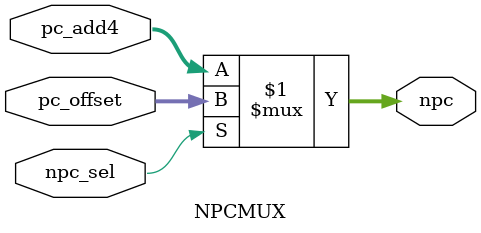
<source format=v>
`timescale 1ns / 1ps


module NPCMUX(
    input           [31:0]          pc_add4,
    input           [31:0]          pc_offset,
    input           [ 0:0]          npc_sel,

    output          [31:0]          npc
    );
    //npc_sel为1选pc_offset，为0选pc_add4
    //与BRANCH.v中保持一致
    assign npc = npc_sel?pc_offset:pc_add4;
endmodule

</source>
